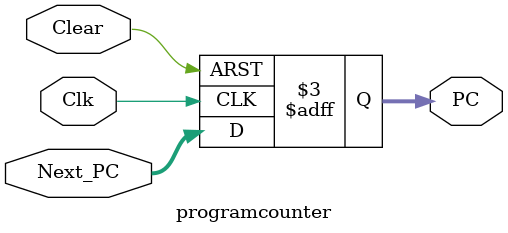
<source format=v>
`timescale 1ns / 1ps
module programcounter(
    output reg [7:0] PC,
    input [7:0] Next_PC,
    input Clear,
    input Clk
    );

	always @(posedge Clk or posedge Clear) begin
		if (Clear) PC <= 0;
		else PC <= Next_PC;
	end

	initial begin
		PC = 0;
	end

endmodule

</source>
